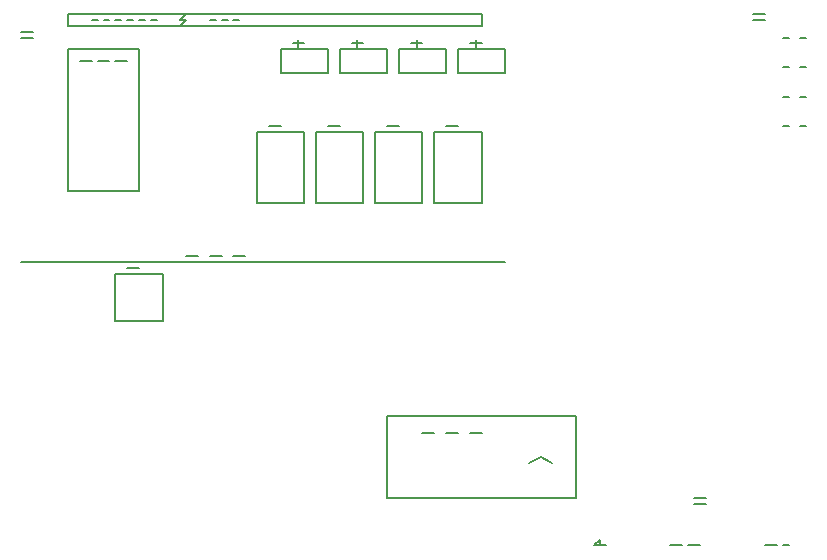
<source format=gto>
G04 #@! TF.GenerationSoftware,KiCad,Pcbnew,6.0*
G04 #@! TF.CreationDate,2024-12-16T04:50:00+00:00*
G04 #@! TF.ProjectId,SmartHomeController,736D617274686F6D6520636F6E74726F,3.1*
G04 #@! TF.SameCoordinates,Original*
G04 #@! TF.FileFunction,Legend,Top*
G04 #@! TF.FilePolarity,Positive*
%FSLAX46Y46*%
G04 Gerber Fmt 4.6, Leading zero omitted, Abs format (unit mm)*
G04 Silkscreen layer - component outlines, labels, warnings*
%MOMM*%
%LPD*%
G01*
G04 APERTURE LIST*
%ADD10C,0.150000*%
%ADD11C,0.200000*%
G04 APERTURE END LIST*
D10*
G04 ==================== SAFETY WARNINGS ====================*
G04 HIGH VOLTAGE WARNING - Top section*
X5000000Y47000000D02*
X40000000Y47000000D01*
X40000000Y46000000D01*
X5000000Y46000000D01*
X5000000Y47000000D01*
G04 Warning text: "HIGH VOLTAGE"*
D11*
X7000000Y46500000D02*
X7500000Y46500000D01*
X8000000Y46500000D02*
X8500000Y46500000D01*
X9000000Y46500000D02*
X9500000Y46500000D01*
X10000000Y46500000D02*
X10500000Y46500000D01*
X11000000Y46500000D02*
X11500000Y46500000D01*
X12000000Y46500000D02*
X12500000Y46500000D01*
G04 Lightning bolt symbol*
D11*
X15000000Y47000000D02*
X14500000Y46500000D01*
X15000000Y46500000D01*
X14500000Y46000000D01*
G04 "230V AC" text*
X17000000Y46500000D02*
X17500000Y46500000D01*
X18000000Y46500000D02*
X18500000Y46500000D01*
X19000000Y46500000D02*
X19500000Y46500000D01*
G04 ==================== COMPONENT OUTLINES ====================*
D10*
G04 ESP32-WROOM-32 outline*
X32000000Y6000000D02*
X48000000Y6000000D01*
X48000000Y13000000D01*
X32000000Y13000000D01*
X32000000Y6000000D01*
G04 ESP32 pin 1 indicator*
X33000000Y12000000D03*
G04 "U6 ESP32" label*
D11*
X35000000Y11500000D02*
X36000000Y11500000D01*
X37000000Y11500000D02*
X38000000Y11500000D01*
X39000000Y11500000D02*
X40000000Y11500000D01*
G04 WiFi antenna indicator*
X44000000Y9000000D02*
X45000000Y9500000D01*
X46000000Y9000000D01*
G04 TRIAC outlines (TO-220)*
D10*
X23000000Y42000000D02*
X27000000Y42000000D01*
X27000000Y44000000D01*
X23000000Y44000000D01*
X23000000Y42000000D01*
X28000000Y42000000D02*
X32000000Y42000000D01*
X32000000Y44000000D01*
X28000000Y44000000D01*
X28000000Y42000000D01*
X33000000Y42000000D02*
X37000000Y42000000D01*
X37000000Y44000000D01*
X33000000Y44000000D01*
X33000000Y42000000D01*
X38000000Y42000000D02*
X42000000Y42000000D01*
X42000000Y44000000D01*
X38000000Y44000000D01*
X38000000Y42000000D01*
G04 TRIAC labels*
D11*
X24000000Y44500000D02*
X25000000Y44500000D01*
X29000000Y44500000D02*
X30000000Y44500000D01*
X34000000Y44500000D02*
X35000000Y44500000D01*
X39000000Y44500000D02*
X40000000Y44500000D01*
G04 "Q1" "Q2" "Q3" "Q4" labels*
X24500000Y44200000D02*
X24500000Y44800000D01*
X29500000Y44200000D02*
X29500000Y44800000D01*
X34500000Y44200000D02*
X34500000Y44800000D01*
X39500000Y44200000D02*
X39500000Y44800000D01*
G04 MOC3041 optocoupler outlines*
D10*
X21000000Y31000000D02*
X25000000Y31000000D01*
X25000000Y37000000D01*
X21000000Y37000000D01*
X21000000Y31000000D01*
X26000000Y31000000D02*
X30000000Y31000000D01*
X30000000Y37000000D01*
X26000000Y37000000D01*
X26000000Y31000000D01*
X31000000Y31000000D02*
X35000000Y31000000D01*
X35000000Y37000000D01*
X31000000Y37000000D01*
X31000000Y31000000D01*
X36000000Y31000000D02*
X40000000Y31000000D01*
X40000000Y37000000D01*
X36000000Y37000000D01*
X36000000Y31000000D01*
G04 MOC3041 labels "U2" "U3" "U4" "U5"*
D11*
X22000000Y37500000D02*
X23000000Y37500000D01*
X27000000Y37500000D02*
X28000000Y37500000D01*
X32000000Y37500000D02*
X33000000Y37500000D01*
X37000000Y37500000D02*
X38000000Y37500000D01*
G04 HLK-PM01 power module outline*
D10*
X5000000Y32000000D02*
X11000000Y32000000D01*
X11000000Y44000000D01*
X5000000Y44000000D01*
X5000000Y32000000D01*
G04 "HLK-PM01 5V" label*
D11*
X6000000Y43000000D02*
X7000000Y43000000D01*
X7500000Y43000000D02*
X8500000Y43000000D01*
X9000000Y43000000D02*
X10000000Y43000000D01*
G04 PC817 optocoupler outline*
D10*
X9000000Y21000000D02*
X13000000Y21000000D01*
X13000000Y25000000D01*
X9000000Y25000000D01*
X9000000Y21000000D01*
G04 "U1" label*
D11*
X10000000Y25500000D02*
X11000000Y25500000D01*
G04 Connector labels*
D11*
G04 "J1 AC IN" label*
X1000000Y45500000D02*
X2000000Y45500000D01*
X1000000Y45000000D02*
X2000000Y45000000D01*
G04 "J2 AC OUT" label*
X63000000Y47000000D02*
X64000000Y47000000D01*
X63000000Y46500000D02*
X64000000Y46500000D01*
G04 "J3 SWITCH" label*
X58000000Y6000000D02*
X59000000Y6000000D01*
X58000000Y5500000D02*
X59000000Y5500000D01*
G04 Channel output labels*
D11*
X65500000Y45000000D02*
X66000000Y45000000D01*
X65500000Y42500000D02*
X66000000Y42500000D01*
X65500000Y40000000D02*
X66000000Y40000000D01*
X65500000Y37500000D02*
X66000000Y37500000D01*
G04 "CH1" "CH2" "CH3" "CH4" text*
X67000000Y45000000D02*
X67500000Y45000000D01*
X67000000Y42500000D02*
X67500000Y42500000D01*
X67000000Y40000000D02*
X67500000Y40000000D01*
X67000000Y37500000D02*
X67500000Y37500000D01*
G04 ==================== ISOLATION BARRIER LINE ====================*
D11*
G04 Physical barrier indication line*
X1000000Y26000000D02*
X42000000Y26000000D01*
G04 "ISOLATION BARRIER" text*
X15000000Y26500000D02*
X16000000Y26500000D01*
X17000000Y26500000D02*
X18000000Y26500000D01*
X19000000Y26500000D02*
X20000000Y26500000D01*
G04 ==================== MOUNTING HOLES ====================*
D10*
X3500000Y3500000D03*
X66500000Y3500000D03*
X3500000Y46500000D03*
X66500000Y46500000D03*
G04 ==================== VERSION INFO ====================*
D11*
G04 "v3.1" bottom right*
X64000000Y2000000D02*
X65000000Y2000000D01*
X65500000Y2000000D02*
X66000000Y2000000D01*
G04 "FAIL-SAFE" text*
X56000000Y2000000D02*
X57000000Y2000000D01*
X57500000Y2000000D02*
X58500000Y2000000D01*
G04 Ground symbol*
X50000000Y2000000D02*
X50000000Y2500000D01*
X49500000Y2000000D01*
X50500000Y2000000D01*
M02*

</source>
